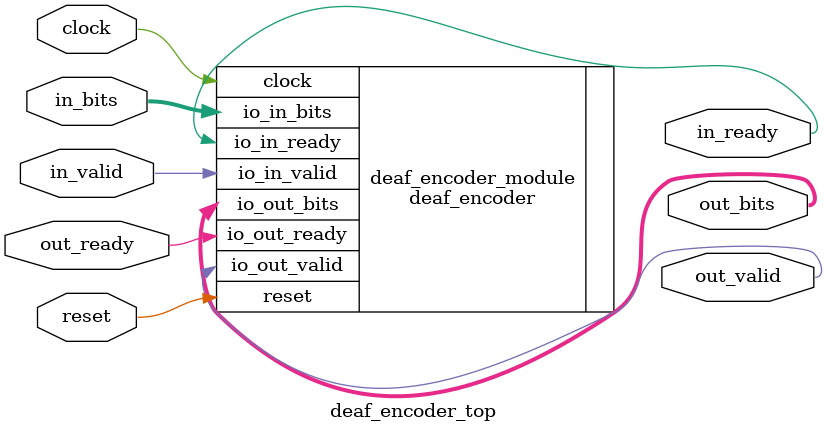
<source format=v>
`timescale 1ns / 1ps


module deaf_encoder_top(
  input        clock,
  input        reset,
  output       in_ready,
  input        in_valid,
  input  [7:0] in_bits,
  input        out_ready,
  output       out_valid,
  output [7:0] out_bits
);

    deaf_encoder deaf_encoder_module(
        .clock(clock),
        .reset(reset),
        .io_in_ready(in_ready),
        .io_in_valid(in_valid),
        .io_in_bits(in_bits),
        .io_out_ready(out_ready),
        .io_out_valid(out_valid),
        .io_out_bits(out_bits)
  );
  
endmodule

</source>
